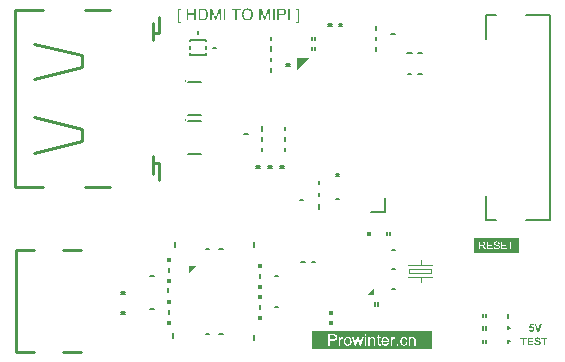
<source format=gto>
G04*
G04 #@! TF.GenerationSoftware,Altium Limited,Altium Designer,21.3.2 (30)*
G04*
G04 Layer_Color=65535*
%FSLAX44Y44*%
%MOMM*%
G71*
G04*
G04 #@! TF.SameCoordinates,B628278F-7F55-4BD0-9F56-58D37DFBE93C*
G04*
G04*
G04 #@! TF.FilePolarity,Positive*
G04*
G01*
G75*
%ADD10C,0.1000*%
%ADD11C,0.2000*%
%ADD12C,0.2032*%
%ADD13C,0.1500*%
%ADD14C,0.2540*%
%ADD15C,0.1270*%
G36*
X269789Y47838D02*
X275526D01*
Y53574D01*
X269789Y47838D01*
D02*
G37*
G36*
X119164Y72690D02*
Y66941D01*
X124912Y72690D01*
X119164D01*
D02*
G37*
G36*
X220353Y248738D02*
X210516Y238900D01*
Y248738D01*
X220353D01*
D02*
G37*
G36*
X414094Y12274D02*
X414197Y12265D01*
X414320Y12255D01*
X414442Y12236D01*
X414583Y12218D01*
X414883Y12152D01*
X415034Y12105D01*
X415184Y12058D01*
X415335Y11992D01*
X415476Y11917D01*
X415607Y11832D01*
X415729Y11738D01*
X415739Y11729D01*
X415757Y11710D01*
X415786Y11682D01*
X415823Y11644D01*
X415870Y11588D01*
X415927Y11522D01*
X415983Y11447D01*
X416049Y11362D01*
X416105Y11259D01*
X416162Y11156D01*
X416218Y11034D01*
X416265Y10902D01*
X416312Y10770D01*
X416350Y10620D01*
X416378Y10470D01*
X416387Y10301D01*
X415071Y10253D01*
Y10263D01*
Y10272D01*
X415053Y10338D01*
X415034Y10423D01*
X414996Y10526D01*
X414949Y10648D01*
X414883Y10761D01*
X414799Y10874D01*
X414705Y10968D01*
X414696Y10977D01*
X414658Y11005D01*
X414592Y11043D01*
X414498Y11080D01*
X414385Y11118D01*
X414244Y11156D01*
X414075Y11184D01*
X413878Y11193D01*
X413784D01*
X413680Y11184D01*
X413558Y11165D01*
X413417Y11137D01*
X413267Y11090D01*
X413126Y11034D01*
X412994Y10949D01*
X412985Y10940D01*
X412966Y10921D01*
X412929Y10892D01*
X412891Y10846D01*
X412854Y10789D01*
X412816Y10714D01*
X412797Y10639D01*
X412788Y10545D01*
Y10535D01*
Y10507D01*
X412797Y10460D01*
X412816Y10413D01*
X412835Y10347D01*
X412863Y10282D01*
X412910Y10216D01*
X412976Y10150D01*
X412985Y10141D01*
X413032Y10113D01*
X413060Y10094D01*
X413107Y10075D01*
X413154Y10047D01*
X413220Y10019D01*
X413295Y9990D01*
X413380Y9953D01*
X413483Y9915D01*
X413587Y9878D01*
X413718Y9840D01*
X413859Y9802D01*
X414010Y9765D01*
X414179Y9718D01*
X414188D01*
X414226Y9708D01*
X414273Y9699D01*
X414338Y9680D01*
X414414Y9661D01*
X414508Y9633D01*
X414611Y9605D01*
X414714Y9577D01*
X414940Y9502D01*
X415175Y9426D01*
X415400Y9342D01*
X415494Y9295D01*
X415588Y9248D01*
X415598D01*
X415607Y9238D01*
X415663Y9201D01*
X415748Y9144D01*
X415852Y9069D01*
X415964Y8975D01*
X416086Y8863D01*
X416209Y8731D01*
X416312Y8581D01*
X416321Y8562D01*
X416350Y8505D01*
X416397Y8421D01*
X416443Y8299D01*
X416491Y8148D01*
X416538Y7970D01*
X416566Y7772D01*
X416575Y7547D01*
Y7537D01*
Y7519D01*
Y7491D01*
Y7453D01*
X416566Y7406D01*
X416556Y7340D01*
X416538Y7208D01*
X416500Y7039D01*
X416443Y6861D01*
X416359Y6682D01*
X416256Y6494D01*
Y6485D01*
X416237Y6475D01*
X416199Y6419D01*
X416124Y6325D01*
X416030Y6222D01*
X415908Y6100D01*
X415748Y5987D01*
X415579Y5874D01*
X415372Y5771D01*
X415363D01*
X415344Y5761D01*
X415316Y5752D01*
X415269Y5733D01*
X415212Y5714D01*
X415147Y5695D01*
X415071Y5677D01*
X414987Y5658D01*
X414883Y5630D01*
X414780Y5611D01*
X414536Y5573D01*
X414263Y5545D01*
X413963Y5536D01*
X413840D01*
X413756Y5545D01*
X413652Y5555D01*
X413540Y5564D01*
X413408Y5583D01*
X413267Y5611D01*
X412957Y5677D01*
X412797Y5724D01*
X412647Y5771D01*
X412487Y5836D01*
X412337Y5912D01*
X412196Y5996D01*
X412064Y6100D01*
X412055Y6109D01*
X412036Y6128D01*
X411998Y6156D01*
X411961Y6203D01*
X411904Y6269D01*
X411848Y6344D01*
X411782Y6428D01*
X411716Y6522D01*
X411651Y6635D01*
X411585Y6757D01*
X411519Y6898D01*
X411453Y7049D01*
X411406Y7208D01*
X411350Y7387D01*
X411312Y7575D01*
X411284Y7772D01*
X412562Y7895D01*
Y7885D01*
X412572Y7866D01*
Y7829D01*
X412581Y7791D01*
X412619Y7678D01*
X412665Y7537D01*
X412722Y7378D01*
X412807Y7218D01*
X412901Y7077D01*
X413023Y6945D01*
X413041Y6936D01*
X413088Y6898D01*
X413164Y6851D01*
X413276Y6795D01*
X413417Y6739D01*
X413577Y6692D01*
X413765Y6654D01*
X413981Y6645D01*
X414085D01*
X414197Y6663D01*
X414338Y6682D01*
X414489Y6710D01*
X414649Y6757D01*
X414799Y6823D01*
X414930Y6908D01*
X414949Y6917D01*
X414987Y6955D01*
X415034Y7011D01*
X415100Y7086D01*
X415156Y7180D01*
X415212Y7293D01*
X415250Y7406D01*
X415259Y7537D01*
Y7547D01*
Y7575D01*
X415250Y7622D01*
X415241Y7678D01*
X415222Y7735D01*
X415203Y7801D01*
X415165Y7866D01*
X415118Y7932D01*
X415109Y7942D01*
X415090Y7960D01*
X415062Y7989D01*
X415015Y8026D01*
X414949Y8073D01*
X414865Y8120D01*
X414771Y8167D01*
X414649Y8214D01*
X414639D01*
X414602Y8233D01*
X414536Y8252D01*
X414489Y8270D01*
X414432Y8280D01*
X414367Y8299D01*
X414291Y8327D01*
X414207Y8346D01*
X414113Y8374D01*
X414000Y8402D01*
X413878Y8430D01*
X413746Y8468D01*
X413596Y8505D01*
X413587D01*
X413549Y8515D01*
X413493Y8534D01*
X413427Y8552D01*
X413342Y8581D01*
X413239Y8609D01*
X413135Y8646D01*
X413013Y8684D01*
X412769Y8778D01*
X412534Y8891D01*
X412412Y8947D01*
X412308Y9013D01*
X412205Y9079D01*
X412121Y9144D01*
X412111Y9154D01*
X412092Y9173D01*
X412064Y9201D01*
X412026Y9238D01*
X411979Y9295D01*
X411932Y9361D01*
X411876Y9426D01*
X411829Y9511D01*
X411716Y9708D01*
X411622Y9934D01*
X411585Y10056D01*
X411557Y10178D01*
X411538Y10319D01*
X411528Y10460D01*
Y10470D01*
Y10479D01*
Y10507D01*
Y10545D01*
X411547Y10639D01*
X411566Y10761D01*
X411594Y10902D01*
X411641Y11062D01*
X411707Y11231D01*
X411801Y11391D01*
Y11400D01*
X411810Y11409D01*
X411857Y11466D01*
X411914Y11541D01*
X412008Y11635D01*
X412121Y11738D01*
X412261Y11851D01*
X412421Y11954D01*
X412609Y12048D01*
X412619D01*
X412637Y12058D01*
X412665Y12067D01*
X412703Y12086D01*
X412760Y12105D01*
X412816Y12124D01*
X412891Y12142D01*
X412976Y12171D01*
X413164Y12208D01*
X413380Y12246D01*
X413624Y12274D01*
X413897Y12283D01*
X414010D01*
X414094Y12274D01*
D02*
G37*
G36*
X422393Y11062D02*
X420475D01*
Y5658D01*
X419160D01*
Y11062D01*
X417233D01*
Y12161D01*
X422393D01*
Y11062D01*
D02*
G37*
G36*
X410391D02*
X406886D01*
Y9624D01*
X410147D01*
Y8524D01*
X406886D01*
Y6757D01*
X410513D01*
Y5658D01*
X405570D01*
Y12161D01*
X410391D01*
Y11062D01*
D02*
G37*
G36*
X404715D02*
X402798D01*
Y5658D01*
X401482D01*
Y11062D01*
X399555D01*
Y12161D01*
X404715D01*
Y11062D01*
D02*
G37*
G36*
X415289Y17149D02*
X413870D01*
X411539Y23652D01*
X412958D01*
X414612Y18841D01*
X416200Y23652D01*
X417601D01*
X415289Y17149D01*
D02*
G37*
G36*
X410975Y22402D02*
X408616D01*
X408419Y21293D01*
X408428D01*
X408438Y21303D01*
X408494Y21331D01*
X408579Y21359D01*
X408682Y21406D01*
X408814Y21444D01*
X408955Y21472D01*
X409114Y21500D01*
X409274Y21510D01*
X409359D01*
X409415Y21500D01*
X409481Y21491D01*
X409566Y21481D01*
X409660Y21463D01*
X409763Y21434D01*
X409979Y21359D01*
X410101Y21312D01*
X410214Y21256D01*
X410336Y21181D01*
X410458Y21096D01*
X410571Y21002D01*
X410684Y20899D01*
X410693Y20889D01*
X410712Y20870D01*
X410740Y20833D01*
X410778Y20786D01*
X410815Y20730D01*
X410872Y20654D01*
X410919Y20570D01*
X410975Y20476D01*
X411032Y20373D01*
X411079Y20250D01*
X411135Y20119D01*
X411172Y19987D01*
X411210Y19837D01*
X411238Y19677D01*
X411257Y19508D01*
X411267Y19329D01*
Y19320D01*
Y19292D01*
Y19254D01*
X411257Y19198D01*
Y19123D01*
X411238Y19038D01*
X411229Y18944D01*
X411210Y18850D01*
X411154Y18624D01*
X411069Y18380D01*
X411013Y18248D01*
X410956Y18126D01*
X410881Y18004D01*
X410797Y17882D01*
X410787Y17873D01*
X410768Y17844D01*
X410731Y17807D01*
X410684Y17750D01*
X410618Y17685D01*
X410533Y17609D01*
X410439Y17534D01*
X410336Y17459D01*
X410214Y17375D01*
X410082Y17299D01*
X409941Y17224D01*
X409782Y17158D01*
X409613Y17102D01*
X409434Y17064D01*
X409236Y17036D01*
X409030Y17027D01*
X408945D01*
X408879Y17036D01*
X408804Y17046D01*
X408710Y17055D01*
X408616Y17064D01*
X408503Y17083D01*
X408278Y17140D01*
X408024Y17234D01*
X407902Y17280D01*
X407780Y17346D01*
X407667Y17421D01*
X407554Y17506D01*
X407545Y17515D01*
X407526Y17525D01*
X407498Y17553D01*
X407460Y17591D01*
X407423Y17647D01*
X407366Y17703D01*
X407319Y17769D01*
X407263Y17844D01*
X407197Y17938D01*
X407141Y18032D01*
X407037Y18258D01*
X406943Y18512D01*
X406915Y18653D01*
X406887Y18803D01*
X408128Y18935D01*
Y18916D01*
X408137Y18869D01*
X408156Y18784D01*
X408184Y18690D01*
X408222Y18587D01*
X408278Y18474D01*
X408353Y18371D01*
X408438Y18267D01*
X408447Y18258D01*
X408485Y18230D01*
X408541Y18192D01*
X408616Y18145D01*
X408701Y18098D01*
X408804Y18060D01*
X408926Y18032D01*
X409049Y18023D01*
X409067D01*
X409114Y18032D01*
X409190Y18042D01*
X409283Y18060D01*
X409387Y18098D01*
X409500Y18154D01*
X409613Y18239D01*
X409716Y18342D01*
X409725Y18361D01*
X409763Y18399D01*
X409800Y18474D01*
X409857Y18587D01*
X409904Y18718D01*
X409951Y18878D01*
X409979Y19075D01*
X409988Y19301D01*
Y19310D01*
Y19329D01*
Y19358D01*
Y19404D01*
X409979Y19508D01*
X409951Y19639D01*
X409923Y19790D01*
X409876Y19940D01*
X409810Y20081D01*
X409716Y20203D01*
X409706Y20213D01*
X409669Y20250D01*
X409603Y20297D01*
X409528Y20363D01*
X409425Y20419D01*
X409302Y20466D01*
X409161Y20504D01*
X409011Y20513D01*
X408955D01*
X408917Y20504D01*
X408823Y20485D01*
X408691Y20457D01*
X408541Y20401D01*
X408381Y20316D01*
X408297Y20260D01*
X408212Y20194D01*
X408128Y20119D01*
X408043Y20034D01*
X407037Y20175D01*
X407677Y23568D01*
X410975D01*
Y22402D01*
D02*
G37*
G36*
X324614Y2560D02*
X223014D01*
Y17800D01*
X324614D01*
Y2560D01*
D02*
G37*
G36*
X398274Y83840D02*
X360174D01*
Y96540D01*
X398274D01*
Y83840D01*
D02*
G37*
G36*
X124808Y280891D02*
X123511D01*
Y285486D01*
X118465D01*
Y280891D01*
X117168D01*
Y290646D01*
X118465D01*
Y286642D01*
X123511D01*
Y290646D01*
X124808D01*
Y280891D01*
D02*
G37*
G36*
X187737D02*
X186497D01*
Y289053D01*
X183649Y280891D01*
X182493D01*
X179674Y289194D01*
Y280891D01*
X178433D01*
Y290646D01*
X180365D01*
X182677Y283724D01*
Y283710D01*
X182691Y283682D01*
X182705Y283640D01*
X182733Y283569D01*
X182789Y283400D01*
X182860Y283188D01*
X182930Y282949D01*
X183015Y282709D01*
X183085Y282484D01*
X183142Y282286D01*
X183156Y282314D01*
X183170Y282385D01*
X183212Y282512D01*
X183269Y282681D01*
X183339Y282907D01*
X183438Y283174D01*
X183536Y283485D01*
X183663Y283851D01*
X186003Y290646D01*
X187737D01*
Y280891D01*
D02*
G37*
G36*
X146067D02*
X144826D01*
Y289053D01*
X141979Y280891D01*
X140823D01*
X138003Y289194D01*
Y280891D01*
X136763D01*
Y290646D01*
X138694D01*
X141006Y283724D01*
Y283710D01*
X141020Y283682D01*
X141034Y283640D01*
X141062Y283569D01*
X141119Y283400D01*
X141189Y283188D01*
X141260Y282949D01*
X141344Y282709D01*
X141415Y282484D01*
X141471Y282286D01*
X141485Y282314D01*
X141499Y282385D01*
X141542Y282512D01*
X141598Y282681D01*
X141668Y282907D01*
X141767Y283174D01*
X141866Y283485D01*
X141993Y283851D01*
X144333Y290646D01*
X146067D01*
Y280891D01*
D02*
G37*
G36*
X204231D02*
X202934D01*
Y290646D01*
X204231D01*
Y280891D01*
D02*
G37*
G36*
X197845Y290632D02*
X198085Y290618D01*
X198338Y290604D01*
X198578Y290575D01*
X198789Y290547D01*
X198818D01*
X198916Y290519D01*
X199043Y290491D01*
X199212Y290448D01*
X199396Y290378D01*
X199593Y290293D01*
X199804Y290195D01*
X199988Y290082D01*
X200016Y290068D01*
X200072Y290026D01*
X200157Y289941D01*
X200270Y289842D01*
X200396Y289715D01*
X200523Y289546D01*
X200664Y289363D01*
X200777Y289152D01*
X200791Y289123D01*
X200819Y289053D01*
X200876Y288926D01*
X200932Y288757D01*
X200975Y288559D01*
X201031Y288334D01*
X201059Y288080D01*
X201073Y287812D01*
Y287798D01*
Y287756D01*
Y287700D01*
X201059Y287601D01*
X201045Y287502D01*
X201031Y287375D01*
X201003Y287234D01*
X200975Y287079D01*
X200876Y286755D01*
X200819Y286586D01*
X200735Y286403D01*
X200636Y286219D01*
X200537Y286050D01*
X200411Y285881D01*
X200270Y285712D01*
X200256Y285698D01*
X200227Y285670D01*
X200185Y285627D01*
X200114Y285585D01*
X200030Y285515D01*
X199917Y285444D01*
X199776Y285359D01*
X199621Y285289D01*
X199438Y285204D01*
X199226Y285120D01*
X199001Y285049D01*
X198733Y284993D01*
X198451Y284937D01*
X198141Y284894D01*
X197789Y284866D01*
X197422Y284852D01*
X194927D01*
Y280891D01*
X193630D01*
Y290646D01*
X197633D01*
X197845Y290632D01*
D02*
G37*
G36*
X191346Y280891D02*
X190049D01*
Y290646D01*
X191346D01*
Y280891D01*
D02*
G37*
G36*
X162743Y289490D02*
X159529D01*
Y280891D01*
X158232D01*
Y289490D01*
X155018D01*
Y290646D01*
X162743D01*
Y289490D01*
D02*
G37*
G36*
X149676Y280891D02*
X148378D01*
Y290646D01*
X149676D01*
Y280891D01*
D02*
G37*
G36*
X130969Y290632D02*
X131251Y290618D01*
X131533Y290590D01*
X131815Y290547D01*
X132054Y290505D01*
X132068D01*
X132097Y290491D01*
X132139D01*
X132195Y290463D01*
X132350Y290420D01*
X132548Y290350D01*
X132773Y290251D01*
X133013Y290124D01*
X133252Y289983D01*
X133478Y289800D01*
X133492Y289786D01*
X133506Y289772D01*
X133548Y289729D01*
X133605Y289687D01*
X133746Y289546D01*
X133915Y289349D01*
X134098Y289109D01*
X134296Y288827D01*
X134479Y288503D01*
X134634Y288137D01*
Y288123D01*
X134648Y288094D01*
X134676Y288038D01*
X134690Y287953D01*
X134733Y287855D01*
X134761Y287742D01*
X134789Y287615D01*
X134831Y287460D01*
X134874Y287305D01*
X134902Y287122D01*
X134972Y286727D01*
X135015Y286290D01*
X135029Y285811D01*
Y285797D01*
Y285768D01*
Y285698D01*
Y285627D01*
X135015Y285529D01*
Y285416D01*
X135000Y285148D01*
X134958Y284838D01*
X134916Y284514D01*
X134845Y284175D01*
X134761Y283837D01*
Y283823D01*
X134747Y283795D01*
X134733Y283752D01*
X134719Y283696D01*
X134662Y283541D01*
X134578Y283344D01*
X134493Y283118D01*
X134380Y282892D01*
X134239Y282653D01*
X134098Y282427D01*
X134084Y282399D01*
X134028Y282329D01*
X133943Y282230D01*
X133830Y282103D01*
X133704Y281962D01*
X133548Y281821D01*
X133393Y281666D01*
X133210Y281539D01*
X133182Y281525D01*
X133126Y281483D01*
X133027Y281426D01*
X132886Y281356D01*
X132717Y281271D01*
X132519Y281201D01*
X132294Y281116D01*
X132040Y281046D01*
X132012D01*
X131970Y281032D01*
X131927Y281018D01*
X131786Y281003D01*
X131589Y280975D01*
X131363Y280947D01*
X131096Y280919D01*
X130800Y280905D01*
X130475Y280891D01*
X126965D01*
Y290646D01*
X130715D01*
X130969Y290632D01*
D02*
G37*
G36*
X168580Y290801D02*
X168706D01*
X168833Y290787D01*
X169002Y290759D01*
X169172Y290730D01*
X169538Y290660D01*
X169961Y290547D01*
X170370Y290378D01*
X170581Y290279D01*
X170793Y290167D01*
X170807Y290152D01*
X170835Y290138D01*
X170891Y290096D01*
X170976Y290054D01*
X171061Y289983D01*
X171173Y289899D01*
X171413Y289701D01*
X171667Y289448D01*
X171949Y289137D01*
X172217Y288771D01*
X172442Y288362D01*
Y288348D01*
X172470Y288306D01*
X172498Y288249D01*
X172527Y288165D01*
X172583Y288052D01*
X172625Y287925D01*
X172682Y287770D01*
X172738Y287601D01*
X172780Y287418D01*
X172837Y287220D01*
X172893Y286995D01*
X172936Y286769D01*
X172992Y286276D01*
X173020Y285740D01*
Y285726D01*
Y285670D01*
Y285599D01*
X173006Y285486D01*
Y285359D01*
X172992Y285204D01*
X172964Y285035D01*
X172950Y284852D01*
X172879Y284443D01*
X172766Y283992D01*
X172611Y283541D01*
X172527Y283315D01*
X172414Y283090D01*
Y283076D01*
X172386Y283034D01*
X172358Y282977D01*
X172301Y282892D01*
X172245Y282794D01*
X172174Y282695D01*
X171977Y282427D01*
X171737Y282145D01*
X171455Y281849D01*
X171117Y281567D01*
X170722Y281314D01*
X170708D01*
X170680Y281285D01*
X170609Y281257D01*
X170525Y281215D01*
X170426Y281173D01*
X170313Y281130D01*
X170173Y281074D01*
X170017Y281018D01*
X169848Y280961D01*
X169665Y280905D01*
X169256Y280820D01*
X168819Y280750D01*
X168354Y280722D01*
X168213D01*
X168128Y280736D01*
X168002D01*
X167861Y280764D01*
X167705Y280778D01*
X167522Y280806D01*
X167142Y280891D01*
X166733Y281003D01*
X166310Y281173D01*
X166098Y281271D01*
X165887Y281384D01*
X165873Y281398D01*
X165845Y281412D01*
X165788Y281455D01*
X165704Y281511D01*
X165619Y281567D01*
X165520Y281652D01*
X165281Y281863D01*
X165013Y282117D01*
X164731Y282427D01*
X164477Y282780D01*
X164238Y283188D01*
Y283203D01*
X164209Y283245D01*
X164181Y283301D01*
X164153Y283386D01*
X164111Y283499D01*
X164069Y283626D01*
X164012Y283766D01*
X163970Y283922D01*
X163913Y284105D01*
X163857Y284288D01*
X163773Y284711D01*
X163716Y285148D01*
X163688Y285627D01*
Y285641D01*
Y285655D01*
Y285740D01*
X163702Y285867D01*
Y286036D01*
X163730Y286234D01*
X163758Y286473D01*
X163801Y286741D01*
X163857Y287023D01*
X163913Y287319D01*
X163998Y287629D01*
X164111Y287939D01*
X164238Y288263D01*
X164379Y288574D01*
X164562Y288884D01*
X164759Y289166D01*
X164985Y289433D01*
X164999Y289448D01*
X165041Y289490D01*
X165126Y289560D01*
X165224Y289645D01*
X165351Y289758D01*
X165506Y289870D01*
X165690Y289997D01*
X165901Y290124D01*
X166127Y290251D01*
X166380Y290378D01*
X166662Y290491D01*
X166958Y290604D01*
X167283Y290688D01*
X167621Y290759D01*
X167973Y290801D01*
X168354Y290815D01*
X168481D01*
X168580Y290801D01*
D02*
G37*
G36*
X212153Y278184D02*
X209517D01*
Y279171D01*
X210955D01*
Y289659D01*
X209517D01*
Y290646D01*
X212153D01*
Y278184D01*
D02*
G37*
G36*
X112051Y289659D02*
X110613D01*
Y279171D01*
X112051D01*
Y278184D01*
X109414D01*
Y290646D01*
X112051D01*
Y289659D01*
D02*
G37*
%LPC*%
G36*
X269021Y15135D02*
X267823D01*
Y13767D01*
X269021D01*
Y15135D01*
D02*
G37*
G36*
X308394Y12611D02*
X308281D01*
X308013Y12597D01*
X307759Y12555D01*
X307534Y12499D01*
X307308Y12428D01*
X307111Y12343D01*
X306928Y12245D01*
X306759Y12132D01*
X306618Y12033D01*
X306477Y11921D01*
X306364Y11808D01*
X306265Y11709D01*
X306181Y11624D01*
X306124Y11554D01*
X306082Y11498D01*
X306054Y11455D01*
X306040Y11441D01*
Y12456D01*
X304968D01*
Y5379D01*
X306166D01*
Y9228D01*
Y9468D01*
X306195Y9707D01*
X306223Y9905D01*
X306251Y10088D01*
X306293Y10257D01*
X306336Y10412D01*
X306392Y10553D01*
X306448Y10666D01*
X306491Y10765D01*
X306547Y10849D01*
X306589Y10920D01*
X306632Y10976D01*
X306688Y11047D01*
X306716Y11075D01*
X306928Y11244D01*
X307153Y11357D01*
X307379Y11441D01*
X307576Y11512D01*
X307759Y11540D01*
X307901Y11554D01*
X307957Y11568D01*
X308027D01*
X308197Y11554D01*
X308366Y11540D01*
X308507Y11498D01*
X308619Y11455D01*
X308718Y11413D01*
X308803Y11385D01*
X308845Y11357D01*
X308859Y11343D01*
X308986Y11258D01*
X309099Y11159D01*
X309183Y11061D01*
X309254Y10976D01*
X309296Y10891D01*
X309338Y10821D01*
X309366Y10779D01*
Y10765D01*
X309409Y10610D01*
X309451Y10440D01*
X309479Y10257D01*
X309493Y10074D01*
X309508Y9919D01*
Y9792D01*
Y9693D01*
Y9679D01*
Y9665D01*
Y5379D01*
X310706D01*
Y10017D01*
X310692Y10257D01*
X310678Y10454D01*
Y10624D01*
X310664Y10736D01*
X310649Y10821D01*
X310635Y10877D01*
Y10891D01*
X310593Y11075D01*
X310522Y11244D01*
X310466Y11385D01*
X310410Y11526D01*
X310339Y11624D01*
X310297Y11695D01*
X310269Y11751D01*
X310255Y11766D01*
X310142Y11906D01*
X310015Y12019D01*
X309888Y12132D01*
X309747Y12217D01*
X309634Y12287D01*
X309536Y12329D01*
X309479Y12358D01*
X309451Y12372D01*
X309254Y12456D01*
X309042Y12513D01*
X308845Y12555D01*
X308662Y12583D01*
X308507Y12597D01*
X308394Y12611D01*
D02*
G37*
G36*
X274279D02*
X274166D01*
X273899Y12597D01*
X273645Y12555D01*
X273419Y12499D01*
X273194Y12428D01*
X272996Y12343D01*
X272813Y12245D01*
X272644Y12132D01*
X272503Y12033D01*
X272362Y11921D01*
X272249Y11808D01*
X272150Y11709D01*
X272066Y11624D01*
X272010Y11554D01*
X271967Y11498D01*
X271939Y11455D01*
X271925Y11441D01*
Y12456D01*
X270854D01*
Y5379D01*
X272052D01*
Y9228D01*
Y9468D01*
X272080Y9707D01*
X272108Y9905D01*
X272136Y10088D01*
X272179Y10257D01*
X272221Y10412D01*
X272277Y10553D01*
X272334Y10666D01*
X272376Y10765D01*
X272432Y10849D01*
X272475Y10920D01*
X272517Y10976D01*
X272573Y11047D01*
X272602Y11075D01*
X272813Y11244D01*
X273039Y11357D01*
X273264Y11441D01*
X273461Y11512D01*
X273645Y11540D01*
X273786Y11554D01*
X273842Y11568D01*
X273913D01*
X274082Y11554D01*
X274251Y11540D01*
X274392Y11498D01*
X274505Y11455D01*
X274603Y11413D01*
X274688Y11385D01*
X274730Y11357D01*
X274744Y11343D01*
X274871Y11258D01*
X274984Y11159D01*
X275068Y11061D01*
X275139Y10976D01*
X275181Y10891D01*
X275224Y10821D01*
X275252Y10779D01*
Y10765D01*
X275294Y10610D01*
X275336Y10440D01*
X275365Y10257D01*
X275379Y10074D01*
X275393Y9919D01*
Y9792D01*
Y9693D01*
Y9679D01*
Y9665D01*
Y5379D01*
X276591D01*
Y10017D01*
X276577Y10257D01*
X276563Y10454D01*
Y10624D01*
X276549Y10736D01*
X276535Y10821D01*
X276521Y10877D01*
Y10891D01*
X276478Y11075D01*
X276408Y11244D01*
X276351Y11385D01*
X276295Y11526D01*
X276224Y11624D01*
X276182Y11695D01*
X276154Y11751D01*
X276140Y11766D01*
X276027Y11906D01*
X275900Y12019D01*
X275773Y12132D01*
X275632Y12217D01*
X275520Y12287D01*
X275421Y12329D01*
X275365Y12358D01*
X275336Y12372D01*
X275139Y12456D01*
X274928Y12513D01*
X274730Y12555D01*
X274547Y12583D01*
X274392Y12597D01*
X274279Y12611D01*
D02*
G37*
G36*
X292507D02*
X292408D01*
X292253Y12597D01*
X292112Y12569D01*
X291971Y12527D01*
X291858Y12484D01*
X291773Y12442D01*
X291689Y12400D01*
X291647Y12372D01*
X291632Y12358D01*
X291506Y12245D01*
X291379Y12104D01*
X291252Y11935D01*
X291139Y11780D01*
X291026Y11624D01*
X290956Y11498D01*
X290900Y11399D01*
X290885Y11385D01*
Y12456D01*
X289800D01*
Y5379D01*
X290998D01*
Y9073D01*
X291012Y9355D01*
X291026Y9609D01*
X291054Y9848D01*
X291097Y10060D01*
X291139Y10229D01*
X291167Y10356D01*
X291181Y10440D01*
X291196Y10469D01*
X291252Y10624D01*
X291322Y10750D01*
X291393Y10863D01*
X291463Y10962D01*
X291534Y11032D01*
X291576Y11089D01*
X291618Y11117D01*
X291632Y11131D01*
X291745Y11216D01*
X291872Y11272D01*
X291999Y11314D01*
X292098Y11343D01*
X292196Y11357D01*
X292267Y11371D01*
X292337D01*
X292492Y11357D01*
X292647Y11329D01*
X292803Y11286D01*
X292929Y11244D01*
X293042Y11202D01*
X293127Y11159D01*
X293183Y11131D01*
X293197Y11117D01*
X293634Y12217D01*
X293395Y12343D01*
X293169Y12442D01*
X292972Y12513D01*
X292789Y12569D01*
X292633Y12597D01*
X292507Y12611D01*
D02*
G37*
G36*
X248552D02*
X248453D01*
X248298Y12597D01*
X248157Y12569D01*
X248016Y12527D01*
X247904Y12484D01*
X247819Y12442D01*
X247735Y12400D01*
X247692Y12372D01*
X247678Y12358D01*
X247551Y12245D01*
X247424Y12104D01*
X247297Y11935D01*
X247185Y11780D01*
X247072Y11624D01*
X247001Y11498D01*
X246945Y11399D01*
X246931Y11385D01*
Y12456D01*
X245846D01*
Y5379D01*
X247044D01*
Y9073D01*
X247058Y9355D01*
X247072Y9609D01*
X247100Y9848D01*
X247142Y10060D01*
X247185Y10229D01*
X247213Y10356D01*
X247227Y10440D01*
X247241Y10469D01*
X247297Y10624D01*
X247368Y10750D01*
X247438Y10863D01*
X247509Y10962D01*
X247579Y11032D01*
X247622Y11089D01*
X247664Y11117D01*
X247678Y11131D01*
X247791Y11216D01*
X247918Y11272D01*
X248045Y11314D01*
X248143Y11343D01*
X248242Y11357D01*
X248312Y11371D01*
X248383D01*
X248538Y11357D01*
X248693Y11329D01*
X248848Y11286D01*
X248975Y11244D01*
X249088Y11202D01*
X249172Y11159D01*
X249229Y11131D01*
X249243Y11117D01*
X249680Y12217D01*
X249440Y12343D01*
X249215Y12442D01*
X249017Y12513D01*
X248834Y12569D01*
X248679Y12597D01*
X248552Y12611D01*
D02*
G37*
G36*
X301120D02*
X301007D01*
X300669Y12597D01*
X300359Y12541D01*
X300063Y12470D01*
X299823Y12400D01*
X299611Y12315D01*
X299527Y12273D01*
X299456Y12245D01*
X299400Y12217D01*
X299358Y12188D01*
X299329Y12174D01*
X299315D01*
X299048Y12005D01*
X298808Y11794D01*
X298610Y11582D01*
X298441Y11371D01*
X298314Y11187D01*
X298230Y11032D01*
X298202Y10976D01*
X298174Y10934D01*
X298159Y10906D01*
Y10891D01*
X298033Y10553D01*
X297948Y10215D01*
X297878Y9876D01*
X297835Y9566D01*
X297821Y9425D01*
X297807Y9298D01*
Y9186D01*
X297793Y9087D01*
Y8890D01*
X297807Y8565D01*
X297835Y8269D01*
X297878Y7973D01*
X297934Y7720D01*
X297990Y7466D01*
X298075Y7254D01*
X298145Y7043D01*
X298230Y6860D01*
X298314Y6705D01*
X298385Y6564D01*
X298470Y6437D01*
X298526Y6338D01*
X298582Y6268D01*
X298625Y6211D01*
X298653Y6183D01*
X298667Y6169D01*
X298836Y6000D01*
X299019Y5859D01*
X299203Y5732D01*
X299400Y5619D01*
X299597Y5535D01*
X299781Y5450D01*
X300161Y5337D01*
X300330Y5309D01*
X300485Y5281D01*
X300626Y5253D01*
X300753Y5239D01*
X300852Y5224D01*
X300993D01*
X301204Y5239D01*
X301416Y5253D01*
X301782Y5337D01*
X302121Y5436D01*
X302403Y5563D01*
X302515Y5633D01*
X302628Y5690D01*
X302727Y5746D01*
X302797Y5803D01*
X302854Y5845D01*
X302896Y5873D01*
X302924Y5887D01*
X302938Y5901D01*
X303079Y6042D01*
X303206Y6183D01*
X303432Y6493D01*
X303615Y6817D01*
X303742Y7114D01*
X303841Y7395D01*
X303869Y7508D01*
X303897Y7621D01*
X303911Y7706D01*
X303925Y7762D01*
X303939Y7804D01*
Y7818D01*
X302755Y7973D01*
X302699Y7663D01*
X302614Y7381D01*
X302501Y7156D01*
X302403Y6973D01*
X302304Y6817D01*
X302219Y6719D01*
X302177Y6648D01*
X302149Y6634D01*
X301966Y6493D01*
X301768Y6395D01*
X301571Y6310D01*
X301388Y6268D01*
X301233Y6240D01*
X301092Y6225D01*
X301007Y6211D01*
X300979D01*
X300824Y6225D01*
X300669Y6240D01*
X300387Y6310D01*
X300147Y6409D01*
X299936Y6536D01*
X299781Y6648D01*
X299654Y6747D01*
X299583Y6817D01*
X299555Y6846D01*
X299456Y6973D01*
X299372Y7128D01*
X299245Y7438D01*
X299146Y7790D01*
X299090Y8128D01*
X299048Y8439D01*
X299033Y8565D01*
Y8692D01*
X299019Y8777D01*
Y8862D01*
Y8904D01*
Y8918D01*
Y9172D01*
X299048Y9411D01*
X299076Y9637D01*
X299104Y9834D01*
X299146Y10017D01*
X299203Y10187D01*
X299245Y10342D01*
X299301Y10483D01*
X299358Y10595D01*
X299400Y10694D01*
X299456Y10779D01*
X299499Y10849D01*
X299527Y10906D01*
X299555Y10948D01*
X299583Y10962D01*
Y10976D01*
X299696Y11089D01*
X299809Y11187D01*
X300048Y11357D01*
X300302Y11469D01*
X300528Y11540D01*
X300739Y11596D01*
X300894Y11610D01*
X300965Y11624D01*
X301049D01*
X301261Y11610D01*
X301458Y11568D01*
X301627Y11512D01*
X301782Y11441D01*
X301895Y11371D01*
X301994Y11314D01*
X302050Y11272D01*
X302064Y11258D01*
X302205Y11117D01*
X302332Y10948D01*
X302445Y10765D01*
X302515Y10595D01*
X302586Y10440D01*
X302628Y10314D01*
X302642Y10229D01*
X302656Y10215D01*
Y10201D01*
X303826Y10384D01*
X303728Y10765D01*
X303587Y11089D01*
X303432Y11371D01*
X303277Y11596D01*
X303122Y11780D01*
X302995Y11906D01*
X302910Y11991D01*
X302896Y12019D01*
X302882D01*
X302586Y12217D01*
X302276Y12358D01*
X301966Y12470D01*
X301670Y12541D01*
X301402Y12583D01*
X301289Y12597D01*
X301204D01*
X301120Y12611D01*
D02*
G37*
G36*
X266808Y12456D02*
X265638D01*
X264425Y8354D01*
X264016Y6987D01*
X263664Y8340D01*
X262607Y12456D01*
X261380D01*
X260253Y8298D01*
X260196Y8058D01*
X260140Y7847D01*
X260098Y7663D01*
X260055Y7508D01*
X260013Y7367D01*
X259985Y7254D01*
X259957Y7156D01*
X259942Y7071D01*
X259928Y7001D01*
X259914Y6958D01*
X259900Y6888D01*
X259886Y6860D01*
Y6846D01*
X259491Y8368D01*
X258364Y12456D01*
X257109D01*
X259252Y5379D01*
X260520D01*
X261944Y10821D01*
X262226Y9609D01*
X263354Y5379D01*
X264580D01*
X266808Y12456D01*
D02*
G37*
G36*
X296059Y6747D02*
X294692D01*
Y5379D01*
X296059D01*
Y6747D01*
D02*
G37*
G36*
X269021Y12456D02*
X267823D01*
Y5379D01*
X269021D01*
Y12456D01*
D02*
G37*
G36*
X240926Y15135D02*
X236922D01*
Y5379D01*
X238219D01*
Y9341D01*
X240714D01*
X241081Y9355D01*
X241433Y9383D01*
X241743Y9425D01*
X242025Y9482D01*
X242293Y9538D01*
X242519Y9609D01*
X242730Y9693D01*
X242913Y9778D01*
X243068Y9848D01*
X243209Y9933D01*
X243322Y10003D01*
X243407Y10074D01*
X243477Y10116D01*
X243519Y10158D01*
X243548Y10187D01*
X243562Y10201D01*
X243703Y10370D01*
X243830Y10539D01*
X243928Y10708D01*
X244027Y10891D01*
X244111Y11075D01*
X244168Y11244D01*
X244267Y11568D01*
X244295Y11723D01*
X244323Y11864D01*
X244337Y11991D01*
X244351Y12090D01*
X244365Y12188D01*
Y12301D01*
X244351Y12569D01*
X244323Y12823D01*
X244267Y13048D01*
X244224Y13246D01*
X244168Y13415D01*
X244111Y13542D01*
X244083Y13612D01*
X244069Y13640D01*
X243957Y13852D01*
X243815Y14035D01*
X243689Y14204D01*
X243562Y14331D01*
X243449Y14430D01*
X243364Y14514D01*
X243308Y14557D01*
X243280Y14571D01*
X243097Y14684D01*
X242885Y14782D01*
X242688Y14867D01*
X242505Y14937D01*
X242335Y14980D01*
X242208Y15008D01*
X242110Y15036D01*
X242082D01*
X241870Y15064D01*
X241630Y15092D01*
X241377Y15107D01*
X241137Y15121D01*
X240926Y15135D01*
D02*
G37*
G36*
X279833Y14923D02*
X278635Y14204D01*
Y12456D01*
X277747D01*
Y11526D01*
X278635D01*
Y7438D01*
Y7240D01*
Y7071D01*
X278649Y6916D01*
X278663Y6761D01*
Y6634D01*
X278677Y6521D01*
X278706Y6338D01*
X278734Y6197D01*
X278748Y6098D01*
X278776Y6042D01*
Y6028D01*
X278832Y5901D01*
X278917Y5803D01*
X279002Y5704D01*
X279072Y5633D01*
X279157Y5563D01*
X279213Y5520D01*
X279255Y5492D01*
X279269Y5478D01*
X279424Y5408D01*
X279580Y5365D01*
X279749Y5323D01*
X279918Y5309D01*
X280059Y5295D01*
X280172Y5281D01*
X280284D01*
X280595Y5295D01*
X280750Y5309D01*
X280891Y5337D01*
X281017Y5351D01*
X281116Y5365D01*
X281173Y5379D01*
X281201D01*
X281046Y6437D01*
X280933Y6423D01*
X280820Y6409D01*
X280721D01*
X280651Y6395D01*
X280510D01*
X280327Y6409D01*
X280200Y6437D01*
X280129Y6465D01*
X280101Y6479D01*
X280002Y6550D01*
X279946Y6620D01*
X279904Y6676D01*
X279890Y6705D01*
X279876Y6775D01*
X279862Y6874D01*
X279847Y7099D01*
X279833Y7198D01*
Y7283D01*
Y7339D01*
Y7367D01*
Y11526D01*
X281046D01*
Y12456D01*
X279833D01*
Y14923D01*
D02*
G37*
G36*
X285261Y12611D02*
X285120D01*
X284852Y12597D01*
X284598Y12569D01*
X284359Y12527D01*
X284133Y12456D01*
X283922Y12386D01*
X283724Y12301D01*
X283541Y12217D01*
X283386Y12118D01*
X283231Y12033D01*
X283104Y11935D01*
X282991Y11850D01*
X282906Y11780D01*
X282836Y11709D01*
X282780Y11667D01*
X282751Y11639D01*
X282737Y11624D01*
X282582Y11427D01*
X282441Y11216D01*
X282314Y11004D01*
X282202Y10779D01*
X282117Y10539D01*
X282047Y10314D01*
X281934Y9862D01*
X281891Y9665D01*
X281863Y9468D01*
X281849Y9298D01*
X281835Y9143D01*
X281821Y9017D01*
Y8847D01*
X281835Y8537D01*
X281863Y8241D01*
X281906Y7959D01*
X281962Y7706D01*
X282033Y7466D01*
X282103Y7240D01*
X282188Y7043D01*
X282272Y6860D01*
X282357Y6705D01*
X282441Y6564D01*
X282512Y6451D01*
X282582Y6352D01*
X282639Y6268D01*
X282681Y6211D01*
X282709Y6183D01*
X282723Y6169D01*
X282906Y6000D01*
X283090Y5859D01*
X283287Y5732D01*
X283498Y5619D01*
X283696Y5535D01*
X283907Y5450D01*
X284302Y5337D01*
X284485Y5309D01*
X284655Y5281D01*
X284810Y5253D01*
X284936Y5239D01*
X285035Y5224D01*
X285190D01*
X285627Y5253D01*
X286022Y5323D01*
X286374Y5408D01*
X286515Y5464D01*
X286656Y5520D01*
X286783Y5577D01*
X286896Y5633D01*
X286980Y5676D01*
X287065Y5718D01*
X287122Y5760D01*
X287164Y5788D01*
X287192Y5817D01*
X287206D01*
X287488Y6070D01*
X287714Y6338D01*
X287911Y6620D01*
X288052Y6888D01*
X288165Y7128D01*
X288207Y7240D01*
X288249Y7325D01*
X288277Y7409D01*
X288291Y7466D01*
X288306Y7494D01*
Y7508D01*
X287065Y7663D01*
X286952Y7395D01*
X286825Y7170D01*
X286699Y6973D01*
X286586Y6817D01*
X286487Y6705D01*
X286402Y6620D01*
X286332Y6564D01*
X286318Y6550D01*
X286135Y6437D01*
X285951Y6352D01*
X285754Y6296D01*
X285585Y6254D01*
X285430Y6225D01*
X285303Y6211D01*
X285190D01*
X285021Y6225D01*
X284866Y6240D01*
X284584Y6310D01*
X284330Y6409D01*
X284105Y6521D01*
X283936Y6620D01*
X283809Y6719D01*
X283724Y6789D01*
X283710Y6817D01*
X283696D01*
X283498Y7071D01*
X283344Y7353D01*
X283231Y7663D01*
X283146Y7945D01*
X283104Y8199D01*
X283076Y8312D01*
X283062Y8410D01*
Y8495D01*
X283047Y8551D01*
Y8594D01*
Y8608D01*
X288334D01*
X288348Y8749D01*
Y8918D01*
X288334Y9242D01*
X288306Y9538D01*
X288263Y9820D01*
X288207Y10088D01*
X288137Y10328D01*
X288066Y10553D01*
X287981Y10750D01*
X287897Y10934D01*
X287812Y11103D01*
X287728Y11244D01*
X287657Y11357D01*
X287587Y11455D01*
X287530Y11540D01*
X287488Y11596D01*
X287460Y11624D01*
X287446Y11639D01*
X287276Y11808D01*
X287093Y11963D01*
X286896Y12090D01*
X286699Y12203D01*
X286501Y12301D01*
X286318Y12372D01*
X286121Y12442D01*
X285951Y12484D01*
X285768Y12527D01*
X285613Y12555D01*
X285472Y12583D01*
X285359Y12597D01*
X285261Y12611D01*
D02*
G37*
G36*
X253401D02*
X253260D01*
X253021Y12597D01*
X252795Y12583D01*
X252358Y12484D01*
X251978Y12358D01*
X251808Y12287D01*
X251653Y12217D01*
X251513Y12146D01*
X251400Y12076D01*
X251287Y12005D01*
X251202Y11949D01*
X251132Y11892D01*
X251075Y11850D01*
X251047Y11836D01*
X251033Y11822D01*
X250836Y11639D01*
X250681Y11427D01*
X250526Y11202D01*
X250413Y10976D01*
X250300Y10736D01*
X250215Y10483D01*
X250145Y10243D01*
X250089Y10017D01*
X250032Y9792D01*
X250004Y9595D01*
X249976Y9397D01*
X249962Y9242D01*
Y9101D01*
X249948Y9003D01*
Y8918D01*
X249962Y8594D01*
X249990Y8284D01*
X250032Y8002D01*
X250089Y7734D01*
X250159Y7494D01*
X250230Y7268D01*
X250314Y7057D01*
X250399Y6874D01*
X250483Y6705D01*
X250568Y6564D01*
X250638Y6451D01*
X250709Y6352D01*
X250765Y6268D01*
X250808Y6211D01*
X250836Y6183D01*
X250850Y6169D01*
X251033Y6000D01*
X251216Y5859D01*
X251414Y5732D01*
X251611Y5619D01*
X251808Y5535D01*
X252020Y5450D01*
X252401Y5337D01*
X252570Y5309D01*
X252739Y5281D01*
X252880Y5253D01*
X253007Y5239D01*
X253120Y5224D01*
X253260D01*
X253599Y5239D01*
X253909Y5295D01*
X254205Y5365D01*
X254445Y5436D01*
X254656Y5520D01*
X254741Y5549D01*
X254811Y5577D01*
X254882Y5605D01*
X254924Y5633D01*
X254938Y5647D01*
X254952D01*
X255234Y5831D01*
X255474Y6028D01*
X255685Y6225D01*
X255854Y6423D01*
X255981Y6592D01*
X256080Y6733D01*
X256108Y6789D01*
X256136Y6831D01*
X256150Y6846D01*
Y6860D01*
X256291Y7184D01*
X256390Y7536D01*
X256475Y7889D01*
X256517Y8241D01*
X256545Y8396D01*
Y8537D01*
X256559Y8678D01*
X256573Y8791D01*
Y9017D01*
X256559Y9327D01*
X256531Y9609D01*
X256489Y9876D01*
X256432Y10130D01*
X256362Y10370D01*
X256277Y10581D01*
X256193Y10793D01*
X256108Y10962D01*
X256024Y11117D01*
X255939Y11258D01*
X255854Y11385D01*
X255784Y11484D01*
X255728Y11554D01*
X255685Y11610D01*
X255657Y11639D01*
X255643Y11653D01*
X255460Y11822D01*
X255276Y11963D01*
X255079Y12104D01*
X254882Y12203D01*
X254684Y12301D01*
X254487Y12372D01*
X254106Y12499D01*
X253923Y12527D01*
X253768Y12555D01*
X253627Y12583D01*
X253500Y12597D01*
X253401Y12611D01*
D02*
G37*
%LPD*%
G36*
X241264Y13965D02*
X241475Y13951D01*
X241645Y13936D01*
X241757Y13908D01*
X241842Y13894D01*
X241898Y13880D01*
X241912D01*
X242096Y13809D01*
X242251Y13725D01*
X242392Y13640D01*
X242519Y13542D01*
X242603Y13443D01*
X242674Y13372D01*
X242716Y13316D01*
X242730Y13302D01*
X242829Y13133D01*
X242913Y12964D01*
X242970Y12780D01*
X242998Y12625D01*
X243026Y12484D01*
X243040Y12358D01*
Y12287D01*
Y12273D01*
Y12259D01*
X243012Y11963D01*
X242956Y11709D01*
X242871Y11484D01*
X242772Y11300D01*
X242674Y11159D01*
X242589Y11047D01*
X242533Y10990D01*
X242505Y10962D01*
X242406Y10877D01*
X242279Y10807D01*
X242011Y10694D01*
X241715Y10610D01*
X241419Y10553D01*
X241151Y10525D01*
X241038Y10511D01*
X240940D01*
X240841Y10497D01*
X238219D01*
Y13979D01*
X241010D01*
X241264Y13965D01*
D02*
G37*
G36*
X285303Y11610D02*
X285458Y11596D01*
X285754Y11512D01*
X286008Y11399D01*
X286219Y11272D01*
X286388Y11145D01*
X286515Y11032D01*
X286586Y10948D01*
X286614Y10934D01*
Y10920D01*
X286741Y10736D01*
X286854Y10525D01*
X286924Y10314D01*
X286995Y10088D01*
X287037Y9905D01*
X287065Y9736D01*
Y9679D01*
X287079Y9637D01*
Y9609D01*
Y9595D01*
X283118D01*
X283160Y9919D01*
X283245Y10215D01*
X283344Y10469D01*
X283456Y10666D01*
X283555Y10835D01*
X283654Y10962D01*
X283710Y11032D01*
X283738Y11061D01*
X283964Y11244D01*
X284189Y11385D01*
X284429Y11484D01*
X284655Y11554D01*
X284838Y11596D01*
X284993Y11610D01*
X285049Y11624D01*
X285134D01*
X285303Y11610D01*
D02*
G37*
G36*
X253430D02*
X253585Y11596D01*
X253867Y11526D01*
X254120Y11413D01*
X254332Y11286D01*
X254501Y11159D01*
X254628Y11061D01*
X254713Y10976D01*
X254741Y10962D01*
Y10948D01*
X254853Y10821D01*
X254938Y10666D01*
X255093Y10356D01*
X255206Y10017D01*
X255276Y9707D01*
X255319Y9411D01*
X255333Y9284D01*
Y9172D01*
X255347Y9087D01*
Y9017D01*
Y8974D01*
Y8960D01*
Y8706D01*
X255319Y8467D01*
X255290Y8255D01*
X255248Y8044D01*
X255206Y7861D01*
X255149Y7692D01*
X255107Y7536D01*
X255051Y7395D01*
X254994Y7283D01*
X254938Y7170D01*
X254882Y7085D01*
X254839Y7015D01*
X254797Y6958D01*
X254769Y6916D01*
X254755Y6902D01*
X254741Y6888D01*
X254628Y6775D01*
X254501Y6662D01*
X254261Y6493D01*
X254008Y6380D01*
X253782Y6296D01*
X253571Y6254D01*
X253416Y6225D01*
X253345Y6211D01*
X253260D01*
X253091Y6225D01*
X252936Y6240D01*
X252640Y6310D01*
X252386Y6423D01*
X252175Y6550D01*
X252006Y6662D01*
X251879Y6775D01*
X251794Y6846D01*
X251780Y6874D01*
X251766D01*
X251667Y7015D01*
X251569Y7156D01*
X251428Y7480D01*
X251315Y7818D01*
X251245Y8157D01*
X251202Y8453D01*
X251188Y8580D01*
Y8692D01*
X251174Y8791D01*
Y8862D01*
Y8904D01*
Y8918D01*
X251188Y9158D01*
X251202Y9397D01*
X251231Y9609D01*
X251273Y9806D01*
X251315Y9989D01*
X251357Y10158D01*
X251414Y10299D01*
X251470Y10440D01*
X251527Y10553D01*
X251583Y10666D01*
X251625Y10750D01*
X251667Y10821D01*
X251710Y10877D01*
X251738Y10920D01*
X251766Y10934D01*
Y10948D01*
X251879Y11061D01*
X252006Y11173D01*
X252246Y11343D01*
X252499Y11455D01*
X252739Y11540D01*
X252950Y11596D01*
X253105Y11610D01*
X253176Y11624D01*
X253260D01*
X253430Y11610D01*
D02*
G37*
%LPC*%
G36*
X379496Y93554D02*
X379374D01*
X379130Y93545D01*
X378914Y93516D01*
X378707Y93479D01*
X378529Y93441D01*
X378387Y93404D01*
X378322Y93385D01*
X378275Y93366D01*
X378237Y93347D01*
X378209Y93338D01*
X378190Y93329D01*
X378181D01*
X377993Y93235D01*
X377824Y93131D01*
X377683Y93018D01*
X377570Y92915D01*
X377485Y92821D01*
X377420Y92746D01*
X377373Y92689D01*
X377363Y92680D01*
Y92671D01*
X377269Y92511D01*
X377203Y92351D01*
X377156Y92191D01*
X377128Y92050D01*
X377109Y91928D01*
X377091Y91834D01*
Y91797D01*
Y91768D01*
Y91759D01*
Y91750D01*
X377100Y91590D01*
X377128Y91440D01*
X377166Y91299D01*
X377203Y91176D01*
X377241Y91082D01*
X377279Y91007D01*
X377307Y90960D01*
X377316Y90941D01*
X377410Y90810D01*
X377523Y90688D01*
X377636Y90584D01*
X377748Y90500D01*
X377842Y90424D01*
X377927Y90378D01*
X377983Y90340D01*
X377993Y90330D01*
X378002D01*
X378077Y90293D01*
X378162Y90255D01*
X378350Y90190D01*
X378566Y90124D01*
X378773Y90058D01*
X378961Y90002D01*
X379045Y89983D01*
X379120Y89964D01*
X379177Y89945D01*
X379224Y89936D01*
X379252Y89926D01*
X379262D01*
X379421Y89889D01*
X379572Y89851D01*
X379703Y89814D01*
X379816Y89785D01*
X379929Y89757D01*
X380023Y89729D01*
X380107Y89710D01*
X380173Y89682D01*
X380239Y89663D01*
X380286Y89654D01*
X380361Y89626D01*
X380408Y89616D01*
X380418Y89607D01*
X380558Y89551D01*
X380681Y89485D01*
X380784Y89419D01*
X380859Y89362D01*
X380925Y89306D01*
X380962Y89269D01*
X380991Y89240D01*
X381000Y89231D01*
X381066Y89146D01*
X381113Y89052D01*
X381141Y88958D01*
X381169Y88883D01*
X381179Y88808D01*
X381188Y88752D01*
Y88705D01*
Y88695D01*
X381179Y88582D01*
X381160Y88479D01*
X381132Y88385D01*
X381094Y88310D01*
X381057Y88235D01*
X381028Y88188D01*
X381009Y88150D01*
X381000Y88141D01*
X380925Y88047D01*
X380831Y87972D01*
X380737Y87906D01*
X380652Y87840D01*
X380568Y87802D01*
X380502Y87765D01*
X380455Y87746D01*
X380436Y87737D01*
X380295Y87690D01*
X380145Y87652D01*
X379995Y87633D01*
X379863Y87614D01*
X379750Y87605D01*
X379656Y87596D01*
X379572D01*
X379365Y87605D01*
X379177Y87624D01*
X379008Y87652D01*
X378857Y87690D01*
X378735Y87727D01*
X378641Y87755D01*
X378613Y87765D01*
X378585Y87774D01*
X378575Y87784D01*
X378566D01*
X378416Y87859D01*
X378275Y87943D01*
X378171Y88028D01*
X378077Y88113D01*
X378002Y88178D01*
X377955Y88244D01*
X377927Y88282D01*
X377918Y88291D01*
X377852Y88413D01*
X377786Y88545D01*
X377748Y88686D01*
X377711Y88808D01*
X377683Y88930D01*
X377664Y89015D01*
Y89052D01*
X377654Y89081D01*
Y89090D01*
Y89099D01*
X376846Y89024D01*
X376865Y88789D01*
X376903Y88564D01*
X376959Y88366D01*
X377025Y88188D01*
X377091Y88047D01*
X377119Y87990D01*
X377137Y87943D01*
X377166Y87906D01*
X377175Y87878D01*
X377194Y87859D01*
Y87850D01*
X377335Y87671D01*
X377485Y87511D01*
X377645Y87380D01*
X377795Y87267D01*
X377927Y87182D01*
X378040Y87126D01*
X378077Y87107D01*
X378106Y87088D01*
X378124Y87079D01*
X378134D01*
X378369Y86994D01*
X378613Y86929D01*
X378857Y86891D01*
X379092Y86853D01*
X379205Y86844D01*
X379299Y86834D01*
X379384D01*
X379459Y86825D01*
X379609D01*
X379863Y86834D01*
X380098Y86863D01*
X380314Y86910D01*
X380493Y86957D01*
X380643Y86994D01*
X380709Y87022D01*
X380765Y87041D01*
X380803Y87060D01*
X380831Y87069D01*
X380850Y87079D01*
X380859D01*
X381057Y87182D01*
X381226Y87295D01*
X381376Y87417D01*
X381498Y87530D01*
X381592Y87624D01*
X381658Y87709D01*
X381705Y87765D01*
X381714Y87774D01*
Y87784D01*
X381818Y87962D01*
X381893Y88131D01*
X381940Y88291D01*
X381978Y88441D01*
X381996Y88573D01*
X382015Y88677D01*
Y88761D01*
X382006Y88949D01*
X381978Y89128D01*
X381931Y89287D01*
X381884Y89419D01*
X381827Y89532D01*
X381790Y89616D01*
X381752Y89663D01*
X381743Y89682D01*
X381630Y89823D01*
X381498Y89955D01*
X381357Y90067D01*
X381216Y90171D01*
X381094Y90246D01*
X380991Y90302D01*
X380953Y90321D01*
X380925Y90340D01*
X380906Y90349D01*
X380897D01*
X380822Y90387D01*
X380728Y90415D01*
X380624Y90453D01*
X380511Y90490D01*
X380276Y90556D01*
X380032Y90622D01*
X379919Y90650D01*
X379816Y90678D01*
X379713Y90706D01*
X379628Y90725D01*
X379562Y90744D01*
X379506Y90753D01*
X379468Y90763D01*
X379459D01*
X379271Y90810D01*
X379102Y90847D01*
X378951Y90894D01*
X378820Y90932D01*
X378698Y90979D01*
X378594Y91017D01*
X378500Y91054D01*
X378416Y91082D01*
X378350Y91120D01*
X378293Y91148D01*
X378256Y91167D01*
X378218Y91195D01*
X378171Y91223D01*
X378162Y91233D01*
X378077Y91327D01*
X378021Y91421D01*
X377974Y91515D01*
X377946Y91609D01*
X377927Y91684D01*
X377918Y91750D01*
Y91787D01*
Y91806D01*
X377936Y91956D01*
X377974Y92088D01*
X378030Y92201D01*
X378096Y92304D01*
X378153Y92379D01*
X378209Y92445D01*
X378246Y92483D01*
X378265Y92492D01*
X378340Y92539D01*
X378416Y92586D01*
X378594Y92661D01*
X378782Y92708D01*
X378970Y92746D01*
X379139Y92765D01*
X379215Y92774D01*
X379271Y92783D01*
X379403D01*
X379666Y92774D01*
X379901Y92736D01*
X380089Y92680D01*
X380248Y92624D01*
X380370Y92567D01*
X380464Y92511D01*
X380511Y92473D01*
X380530Y92464D01*
X380662Y92332D01*
X380765Y92191D01*
X380850Y92041D01*
X380906Y91891D01*
X380944Y91750D01*
X380972Y91646D01*
X380981Y91599D01*
X380991Y91571D01*
Y91552D01*
Y91543D01*
X381818Y91609D01*
X381799Y91815D01*
X381752Y92003D01*
X381705Y92182D01*
X381639Y92332D01*
X381583Y92455D01*
X381536Y92549D01*
X381517Y92577D01*
X381498Y92605D01*
X381489Y92614D01*
Y92624D01*
X381367Y92783D01*
X381235Y92924D01*
X381094Y93047D01*
X380953Y93140D01*
X380831Y93225D01*
X380737Y93272D01*
X380699Y93291D01*
X380671Y93310D01*
X380652Y93319D01*
X380643D01*
X380436Y93394D01*
X380211Y93451D01*
X380004Y93498D01*
X379807Y93526D01*
X379628Y93545D01*
X379562D01*
X379496Y93554D01*
D02*
G37*
G36*
X393922Y93441D02*
X388772D01*
Y92671D01*
X390915D01*
Y86938D01*
X391780D01*
Y92671D01*
X393922D01*
Y93441D01*
D02*
G37*
G36*
X387917D02*
X383209D01*
Y86938D01*
X388067D01*
Y87709D01*
X384073D01*
Y89917D01*
X387673D01*
Y90688D01*
X384073D01*
Y92671D01*
X387917D01*
Y93441D01*
D02*
G37*
G36*
X375794D02*
X371085D01*
Y86938D01*
X375944D01*
Y87709D01*
X371950D01*
Y89917D01*
X375549D01*
Y90688D01*
X371950D01*
Y92671D01*
X375794D01*
Y93441D01*
D02*
G37*
G36*
X367542D02*
X364525D01*
Y86938D01*
X365390D01*
Y89823D01*
X366499D01*
X366602Y89814D01*
X366678D01*
X366743Y89804D01*
X366790Y89795D01*
X366828D01*
X366847Y89785D01*
X366856D01*
X367006Y89739D01*
X367072Y89710D01*
X367129Y89682D01*
X367185Y89654D01*
X367223Y89635D01*
X367242Y89626D01*
X367251Y89616D01*
X367326Y89560D01*
X367401Y89494D01*
X367542Y89353D01*
X367608Y89287D01*
X367655Y89231D01*
X367683Y89193D01*
X367693Y89184D01*
X367786Y89052D01*
X367890Y88911D01*
X367993Y88761D01*
X368097Y88620D01*
X368181Y88489D01*
X368247Y88385D01*
X368275Y88348D01*
X368294Y88319D01*
X368313Y88301D01*
Y88291D01*
X369168Y86938D01*
X370239D01*
X369121Y88705D01*
X368989Y88893D01*
X368867Y89062D01*
X368745Y89203D01*
X368642Y89334D01*
X368548Y89428D01*
X368473Y89503D01*
X368426Y89551D01*
X368407Y89569D01*
X368332Y89626D01*
X368247Y89691D01*
X368078Y89795D01*
X368003Y89832D01*
X367946Y89870D01*
X367909Y89889D01*
X367890Y89898D01*
X368059Y89926D01*
X368219Y89955D01*
X368360Y90002D01*
X368501Y90039D01*
X368623Y90086D01*
X368736Y90143D01*
X368839Y90190D01*
X368933Y90237D01*
X369008Y90293D01*
X369084Y90340D01*
X369140Y90378D01*
X369187Y90415D01*
X369224Y90443D01*
X369253Y90471D01*
X369262Y90481D01*
X369271Y90490D01*
X369347Y90584D01*
X369422Y90678D01*
X369535Y90876D01*
X369610Y91073D01*
X369666Y91261D01*
X369704Y91421D01*
X369713Y91487D01*
Y91552D01*
X369723Y91599D01*
Y91637D01*
Y91656D01*
Y91665D01*
X369713Y91862D01*
X369685Y92041D01*
X369638Y92210D01*
X369591Y92351D01*
X369535Y92473D01*
X369497Y92567D01*
X369459Y92624D01*
X369450Y92633D01*
Y92642D01*
X369337Y92793D01*
X369224Y92924D01*
X369102Y93037D01*
X368989Y93122D01*
X368886Y93188D01*
X368801Y93225D01*
X368745Y93253D01*
X368736Y93263D01*
X368726D01*
X368642Y93291D01*
X368538Y93319D01*
X368332Y93366D01*
X368106Y93394D01*
X367899Y93422D01*
X367702Y93432D01*
X367617D01*
X367542Y93441D01*
D02*
G37*
%LPD*%
G36*
X367693Y92708D02*
X367909Y92671D01*
X368097Y92624D01*
X368238Y92567D01*
X368360Y92511D01*
X368435Y92464D01*
X368482Y92426D01*
X368501Y92417D01*
X368614Y92295D01*
X368698Y92172D01*
X368755Y92041D01*
X368801Y91928D01*
X368820Y91815D01*
X368830Y91731D01*
X368839Y91674D01*
Y91665D01*
Y91656D01*
X368830Y91543D01*
X368811Y91430D01*
X368783Y91336D01*
X368755Y91251D01*
X368717Y91176D01*
X368689Y91120D01*
X368670Y91082D01*
X368661Y91073D01*
X368595Y90979D01*
X368510Y90894D01*
X368426Y90829D01*
X368341Y90772D01*
X368266Y90735D01*
X368209Y90706D01*
X368172Y90688D01*
X368153Y90678D01*
X368022Y90641D01*
X367871Y90612D01*
X367721Y90594D01*
X367570Y90584D01*
X367439Y90575D01*
X367326Y90566D01*
X365390D01*
Y92718D01*
X367439D01*
X367693Y92708D01*
D02*
G37*
%LPC*%
G36*
X197718Y289490D02*
X194927D01*
Y286008D01*
X197549D01*
X197648Y286022D01*
X197746D01*
X197859Y286036D01*
X198127Y286064D01*
X198423Y286121D01*
X198719Y286205D01*
X198987Y286318D01*
X199114Y286389D01*
X199212Y286473D01*
X199240Y286501D01*
X199297Y286558D01*
X199382Y286670D01*
X199480Y286812D01*
X199579Y286995D01*
X199663Y287220D01*
X199720Y287474D01*
X199748Y287770D01*
Y287784D01*
Y287798D01*
Y287869D01*
X199734Y287996D01*
X199706Y288137D01*
X199678Y288292D01*
X199621Y288475D01*
X199537Y288644D01*
X199438Y288813D01*
X199424Y288827D01*
X199382Y288884D01*
X199311Y288954D01*
X199226Y289053D01*
X199100Y289152D01*
X198959Y289236D01*
X198804Y289321D01*
X198620Y289391D01*
X198606D01*
X198550Y289405D01*
X198465Y289419D01*
X198352Y289448D01*
X198183Y289462D01*
X197972Y289476D01*
X197718Y289490D01*
D02*
G37*
G36*
X130518D02*
X128262D01*
Y282047D01*
X130574D01*
X130673Y282061D01*
X130884Y282075D01*
X131124Y282089D01*
X131378Y282117D01*
X131631Y282160D01*
X131843Y282216D01*
X131871Y282230D01*
X131941Y282244D01*
X132040Y282286D01*
X132167Y282343D01*
X132308Y282427D01*
X132449Y282512D01*
X132590Y282611D01*
X132731Y282723D01*
X132745Y282752D01*
X132801Y282808D01*
X132886Y282907D01*
X132985Y283048D01*
X133097Y283231D01*
X133224Y283442D01*
X133337Y283682D01*
X133436Y283950D01*
Y283964D01*
X133450Y283992D01*
X133464Y284034D01*
X133478Y284091D01*
X133492Y284161D01*
X133520Y284260D01*
X133548Y284359D01*
X133577Y284471D01*
X133619Y284753D01*
X133661Y285077D01*
X133689Y285444D01*
X133704Y285839D01*
Y285853D01*
Y285909D01*
Y285980D01*
X133689Y286092D01*
Y286219D01*
X133675Y286360D01*
X133661Y286530D01*
X133647Y286699D01*
X133577Y287079D01*
X133492Y287474D01*
X133365Y287840D01*
X133281Y288024D01*
X133196Y288179D01*
Y288193D01*
X133168Y288221D01*
X133140Y288263D01*
X133111Y288320D01*
X132999Y288461D01*
X132858Y288630D01*
X132675Y288813D01*
X132463Y288997D01*
X132223Y289152D01*
X131970Y289278D01*
X131941Y289293D01*
X131871Y289307D01*
X131744Y289349D01*
X131561Y289391D01*
X131335Y289419D01*
X131053Y289462D01*
X130884Y289476D01*
X130701D01*
X130518Y289490D01*
D02*
G37*
G36*
X168354Y289701D02*
X168227D01*
X168128Y289687D01*
X168002Y289673D01*
X167875Y289645D01*
X167720Y289617D01*
X167551Y289589D01*
X167184Y289476D01*
X166987Y289391D01*
X166789Y289307D01*
X166578Y289194D01*
X166380Y289067D01*
X166183Y288926D01*
X166000Y288757D01*
X165986Y288743D01*
X165958Y288715D01*
X165915Y288658D01*
X165845Y288574D01*
X165774Y288475D01*
X165690Y288348D01*
X165605Y288193D01*
X165506Y288010D01*
X165422Y287812D01*
X165323Y287573D01*
X165239Y287319D01*
X165168Y287037D01*
X165098Y286727D01*
X165055Y286374D01*
X165027Y286008D01*
X165013Y285613D01*
Y285599D01*
Y285543D01*
Y285444D01*
X165027Y285317D01*
X165041Y285176D01*
X165069Y285007D01*
X165098Y284810D01*
X165126Y284612D01*
X165239Y284161D01*
X165323Y283936D01*
X165408Y283696D01*
X165520Y283470D01*
X165647Y283245D01*
X165788Y283034D01*
X165958Y282836D01*
X165972Y282822D01*
X166000Y282794D01*
X166056Y282737D01*
X166127Y282681D01*
X166225Y282596D01*
X166338Y282512D01*
X166465Y282427D01*
X166606Y282329D01*
X166775Y282230D01*
X166958Y282145D01*
X167156Y282061D01*
X167367Y281976D01*
X167593Y281920D01*
X167818Y281863D01*
X168072Y281835D01*
X168340Y281821D01*
X168410D01*
X168481Y281835D01*
X168580D01*
X168706Y281849D01*
X168847Y281877D01*
X169017Y281906D01*
X169186Y281948D01*
X169383Y282004D01*
X169566Y282075D01*
X169778Y282145D01*
X169975Y282244D01*
X170173Y282371D01*
X170370Y282498D01*
X170567Y282653D01*
X170751Y282836D01*
X170765Y282850D01*
X170793Y282878D01*
X170835Y282949D01*
X170906Y283034D01*
X170976Y283132D01*
X171047Y283259D01*
X171131Y283414D01*
X171230Y283583D01*
X171314Y283781D01*
X171399Y284006D01*
X171469Y284246D01*
X171554Y284500D01*
X171610Y284781D01*
X171653Y285092D01*
X171681Y285416D01*
X171695Y285754D01*
Y285768D01*
Y285811D01*
Y285867D01*
Y285951D01*
X171681Y286050D01*
Y286177D01*
X171667Y286304D01*
X171639Y286459D01*
X171596Y286783D01*
X171526Y287122D01*
X171427Y287488D01*
X171286Y287826D01*
Y287840D01*
X171272Y287869D01*
X171244Y287911D01*
X171216Y287967D01*
X171117Y288137D01*
X170990Y288334D01*
X170821Y288559D01*
X170609Y288785D01*
X170370Y289011D01*
X170102Y289208D01*
X170088D01*
X170074Y289236D01*
X170032Y289250D01*
X169961Y289293D01*
X169891Y289321D01*
X169806Y289363D01*
X169594Y289462D01*
X169341Y289546D01*
X169045Y289631D01*
X168706Y289687D01*
X168354Y289701D01*
D02*
G37*
%LPD*%
D10*
X132216Y249732D02*
G03*
X132216Y249732I-221J0D01*
G01*
X314916Y62425D02*
X314916Y59425D01*
X303915Y63426D02*
X324916D01*
X304916Y70426D02*
X323914Y70426D01*
X304916Y66426D02*
Y70426D01*
Y66426D02*
X323914Y66426D01*
X323914Y70426D01*
X303915Y73426D02*
X324916D01*
X315009Y74442D02*
Y77998D01*
D11*
X115966Y229650D02*
G03*
X115966Y229650I-411J0D01*
G01*
Y196630D02*
G03*
X115966Y196630I-411J0D01*
G01*
X370334Y111390D02*
Y131709D01*
X404624Y284890D02*
X424944D01*
X370334D02*
X379224D01*
X370334Y264570D02*
Y284890D01*
Y111390D02*
X379224D01*
X424944D02*
Y284890D01*
X404624Y111390D02*
X424944D01*
X118454Y228650D02*
X129454D01*
X118454Y200849D02*
X129454D01*
X118454Y195630D02*
X129454D01*
X118454Y167829D02*
X129454D01*
X273170Y118470D02*
X284346D01*
X284600D02*
Y129900D01*
D12*
X174054Y10388D02*
Y14388D01*
X106744Y89131D02*
Y93131D01*
X174054Y89130D02*
Y93130D01*
X105474Y11660D02*
Y15660D01*
D13*
X133495Y262842D02*
Y264431D01*
X133495Y256342D02*
Y259317D01*
Y251231D02*
Y252817D01*
X119495Y251231D02*
X133495D01*
X119495Y256342D02*
Y259317D01*
Y251331D02*
Y252917D01*
Y264431D02*
X133495D01*
X119495Y262842D02*
Y264431D01*
D14*
X-12190Y260878D02*
X27942Y250972D01*
Y241066D02*
Y250972D01*
X-12190Y230906D02*
X27942Y241066D01*
X-12190Y168460D02*
X27942Y178460D01*
Y188460D01*
X-12190Y198459D02*
X27942Y188460D01*
X93514Y269768D02*
Y283738D01*
X88514Y269768D02*
X93514D01*
X88514Y159650D02*
X93514D01*
Y145900D02*
Y159650D01*
X30474Y289834D02*
X51974D01*
X-28446D02*
X-4316D01*
X-28446Y139650D02*
Y289834D01*
Y139650D02*
X-4316D01*
X30474D02*
X51974D01*
X88514Y150650D02*
Y159650D01*
Y165650D01*
Y263672D02*
Y269768D01*
Y278658D01*
X12193Y86380D02*
X27433D01*
X-27177Y20D02*
X-11937D01*
X-27177D02*
Y86380D01*
X-11937D01*
X12193Y20D02*
X27433D01*
D15*
X237929Y31665D02*
X237929Y34438D01*
X239805D02*
X239805Y31665D01*
X237903Y26464D02*
X237903Y23691D01*
X239779D02*
X239779Y26464D01*
X126494Y269006D02*
X126494Y272054D01*
X138940Y257541D02*
X141988Y257541D01*
X100989Y41495D02*
X100989Y44268D01*
X102865D02*
X102865Y41495D01*
X180059Y54171D02*
X180059Y56944D01*
X178183Y56944D02*
X178183Y54171D01*
X102839Y23691D02*
X102839Y26464D01*
X100963Y26464D02*
X100963Y23691D01*
X178209Y71975D02*
X178209Y74748D01*
X180085D02*
X180085Y71975D01*
X100739Y59275D02*
X100739Y62048D01*
X102615D02*
X102615Y59275D01*
X180059Y45281D02*
X180059Y48054D01*
X178183Y48054D02*
X178183Y45281D01*
X102589Y77031D02*
X102589Y79804D01*
X100713Y79804D02*
X100713Y77031D01*
X178209Y27525D02*
X178209Y30298D01*
X180085D02*
X180085Y27525D01*
X101544Y50686D02*
Y53734D01*
X86170Y36520D02*
X89218D01*
X133160Y14930D02*
X136208D01*
X191580Y64460D02*
X194628D01*
X144591Y87320D02*
X147639D01*
X101664Y32456D02*
Y35503D01*
X179134Y62936D02*
Y65984D01*
X86170Y64460D02*
X89218D01*
X133161Y87320D02*
X136209D01*
X191580Y37790D02*
X194628D01*
X144590Y14930D02*
X147638D01*
X101664Y68016D02*
Y71063D01*
X179134Y36266D02*
Y39313D01*
X290625Y70450D02*
X293673D01*
X270349Y98975D02*
X270349Y101748D01*
X272225D02*
X272225Y98975D01*
X288709Y98951D02*
X288709Y101724D01*
X286833Y101724D02*
X286833Y98951D01*
X290625Y86380D02*
X293673D01*
X196215Y155305D02*
X198988Y155304D01*
X196215Y157181D02*
X198988Y157181D01*
X186055Y155305D02*
X188828Y155304D01*
X186055Y157181D02*
X188828Y157181D01*
X290625Y53359D02*
X293673Y53360D01*
X222760Y76220D02*
X225808D01*
X278549Y39261D02*
X278549Y42034D01*
X276673D02*
X276673Y39261D01*
X312930Y234970D02*
X315978Y234970D01*
X303564Y252750D02*
X307564D01*
X304040Y234970D02*
X307088Y234970D01*
X312930Y252750D02*
X315978D01*
X289594Y269260D02*
X293594D01*
X277624Y255036D02*
Y258084D01*
Y266974D02*
X277624Y263926D01*
Y272815D02*
Y275863D01*
X368113Y21714D02*
X368113Y18941D01*
X369989D02*
X369989Y21714D01*
X188724Y237256D02*
Y240303D01*
Y263926D02*
Y266973D01*
Y246146D02*
Y249193D01*
Y254559D02*
Y258559D01*
X181104Y187250D02*
Y191250D01*
Y169946D02*
Y172994D01*
Y178836D02*
Y181884D01*
X165610Y184170D02*
X168658D01*
X389078Y20296D02*
X390514Y20309D01*
X388758Y21579D02*
X388781Y19081D01*
X229364Y121209D02*
Y125210D01*
Y131846D02*
Y134894D01*
Y142006D02*
Y145054D01*
X212600Y128290D02*
X215648D01*
X370015Y31898D02*
X370015Y29125D01*
X368139Y29125D02*
X368139Y31898D01*
X389384Y28976D02*
Y32023D01*
X201320Y241639D02*
X204093Y241639D01*
X201320Y243515D02*
X204093Y243514D01*
X225235Y266848D02*
X225235Y264075D01*
X223359Y264075D02*
X223359Y266848D01*
X225235Y257958D02*
X225235Y255185D01*
X223359Y255185D02*
X223359Y257958D01*
X236855Y277831D02*
X239628Y277831D01*
X236855Y275955D02*
X239628Y275954D01*
X389078Y8866D02*
X390514Y8879D01*
X388758Y10150D02*
X388781Y7651D01*
X368113Y10284D02*
X368113Y7511D01*
X369989D02*
X369989Y10284D01*
X213870Y76220D02*
X216918Y76220D01*
X245745Y277831D02*
X248518Y277831D01*
X245745Y275955D02*
X248518Y275954D01*
X175895Y157181D02*
X178668Y157181D01*
X175895Y155305D02*
X178668Y155304D01*
X243230Y148928D02*
X246003Y148929D01*
X243230Y150805D02*
X246003Y150805D01*
X61620Y48598D02*
X64393Y48599D01*
X61620Y50475D02*
X64393Y50475D01*
X200154Y187726D02*
Y190774D01*
Y178836D02*
Y181884D01*
Y169946D02*
Y172994D01*
X61595Y33990D02*
X64368Y33991D01*
X61595Y32115D02*
X64368Y32115D01*
X243080Y129560D02*
X246128D01*
M02*

</source>
